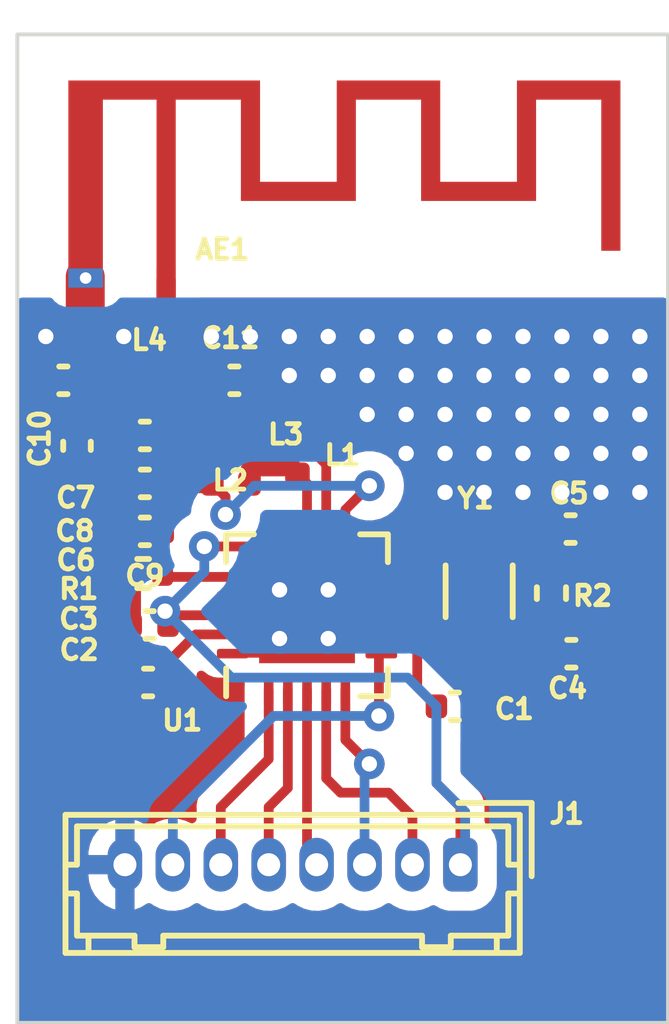
<source format=kicad_pcb>
(kicad_pcb (version 20240108) (generator "pcbnew") (generator_version "8.0")
  (layers (0 "F.Cu" signal) (31 "B.Cu" signal) (34 "B.Paste" user) (35 "F.Paste" user) (36 "B.SilkS" user "B.Silkscreen") (37 "F.SilkS" user "F.Silkscreen") (38 "B.Mask" user) (39 "F.Mask" user) (44 "Edge.Cuts" user))
  (net 0 "")
  (net 1 "Net-(AE1-A)")
  (net 2 "VDD")
  (net 3 "GND")
  (net 4 "Net-(U1-DVDD)")
  (net 5 "Net-(U1-XC2)")
  (net 6 "Net-(U1-XC1)")
  (net 7 "Net-(U1-VDD_PA)")
  (net 8 "Net-(C7-Pad1)")
  (net 9 "Net-(C10-Pad1)")
  (net 10 "Net-(J1-Pin_2)")
  (net 11 "Net-(J1-Pin_3)")
  (net 12 "Net-(J1-Pin_4)")
  (net 13 "Net-(J1-Pin_5)")
  (net 14 "Net-(J1-Pin_6)")
  (net 15 "Net-(J1-Pin_7)")
  (net 16 "Net-(U1-ANT1)")
  (net 17 "Net-(U1-ANT2)")
  (net 18 "Net-(U1-IREF)")
  (footprint "Capacitor_SMD:C_0402_1005Metric" (layer "F.Cu") (at 149.48 47.6275 180)
    (property "Reference" "C2" (at 1.8 0.8475 0) (layer "F.SilkS") (effects (font (size 0.508 0.508) (thickness 0.1524))))
    (property "Value" "33nF")
    (fp_line (start -0.107836 0.36) (end 0.107836 0.36) (stroke (width 0.1524)) (layer "F.SilkS"))
    (fp_line (start -0.107836 -0.36) (end 0.107836 -0.36) (stroke (width 0.1524)) (layer "F.SilkS"))
    (pad "1" smd roundrect (at -0.48 0 180) (size 0.56 0.62) (layers "F.Cu" "F.Paste" "F.Mask") (net 4 "Net-(U1-DVDD)"))
    (pad "2" smd roundrect (at 0.48 0 180) (size 0.56 0.62) (layers "F.Cu" "F.Paste" "F.Mask") (net 3 "GND"))
  )
  (footprint "Capacitor_SMD:C_0402_1005Metric" (layer "F.Cu") (at 147.27 39.75 180)
    (property "Reference" "C10" (at 0.62 -1.52 90) (layer "F.SilkS") (effects (font (size 0.508 0.508) (thickness 0.1524))))
    (property "Value" "Cx")
    (fp_line (start -0.107836 0.36) (end 0.107836 0.36) (stroke (width 0.1524)) (layer "F.SilkS"))
    (fp_line (start -0.107836 -0.36) (end 0.107836 -0.36) (stroke (width 0.1524)) (layer "F.SilkS"))
    (pad "1" smd roundrect (at -0.48 0 180) (size 0.56 0.62) (layers "F.Cu" "F.Paste" "F.Mask") (net 9 "Net-(C10-Pad1)"))
    (pad "2" smd roundrect (at 0.48 0 180) (size 0.56 0.62) (layers "F.Cu" "F.Paste" "F.Mask") (net 3 "GND"))
  )
  (footprint "Capacitor_SMD:C_0402_1005Metric" (layer "F.Cu") (at 149.395 41.1875 180)
    (property "Reference" "C7" (at 1.805 -1.6225 0) (layer "F.SilkS") (effects (font (size 0.508 0.508) (thickness 0.1524))))
    (property "Value" "1.5pF")
    (fp_line (start -0.107836 0.36) (end 0.107836 0.36) (stroke (width 0.1524)) (layer "F.SilkS"))
    (fp_line (start -0.107836 -0.36) (end 0.107836 -0.36) (stroke (width 0.1524)) (layer "F.SilkS"))
    (pad "1" smd roundrect (at -0.48 0 180) (size 0.56 0.62) (layers "F.Cu" "F.Paste" "F.Mask") (net 8 "Net-(C7-Pad1)"))
    (pad "2" smd roundrect (at 0.48 0 180) (size 0.56 0.62) (layers "F.Cu" "F.Paste" "F.Mask") (net 9 "Net-(C10-Pad1)"))
  )
  (footprint "Capacitor_SMD:C_0402_1005Metric" (layer "F.Cu") (at 149.395 43.6875 180)
    (property "Reference" "C9" (at 0 -1.16 0) (layer "F.SilkS") (effects (font (size 0.508 0.508) (thickness 0.1524))))
    (property "Value" "4.7pF")
    (fp_line (start -0.107836 0.36) (end 0.107836 0.36) (stroke (width 0.1524)) (layer "F.SilkS"))
    (fp_line (start -0.107836 -0.36) (end 0.107836 -0.36) (stroke (width 0.1524)) (layer "F.SilkS"))
    (pad "1" smd roundrect (at -0.48 0 180) (size 0.56 0.62) (layers "F.Cu" "F.Paste" "F.Mask") (net 7 "Net-(U1-VDD_PA)"))
    (pad "2" smd roundrect (at 0.48 0 180) (size 0.56 0.62) (layers "F.Cu" "F.Paste" "F.Mask") (net 3 "GND"))
  )
  (footprint "Capacitor_SMD:C_0402_1005Metric" (layer "F.Cu") (at 157.48 48.25)
    (property "Reference" "C1" (at 1.55 0.07 0) (layer "F.SilkS") (effects (font (size 0.508 0.508) (thickness 0.1524))))
    (property "Value" "1nF")
    (fp_line (start -0.107836 -0.36) (end 0.107836 -0.36) (stroke (width 0.1524)) (layer "F.SilkS"))
    (fp_line (start -0.107836 0.36) (end 0.107836 0.36) (stroke (width 0.1524)) (layer "F.SilkS"))
    (pad "1" smd roundrect (at -0.48 0) (size 0.56 0.62) (layers "F.Cu" "F.Paste" "F.Mask") (net 2 "VDD"))
    (pad "2" smd roundrect (at 0.48 0) (size 0.56 0.62) (layers "F.Cu" "F.Paste" "F.Mask") (net 3 "GND"))
  )
  (footprint "Capacitor_SMD:C_0402_1005Metric" (layer "F.Cu") (at 147.625 41.4575 -90)
    (property "Reference" "C8" (at 2.2225 0.055 180) (layer "F.SilkS") (effects (font (size 0.508 0.508) (thickness 0.1524))))
    (property "Value" "1.0pF")
    (fp_line (start -0.107836 0.36) (end 0.107836 0.36) (stroke (width 0.1524)) (layer "F.SilkS"))
    (fp_line (start -0.107836 -0.36) (end 0.107836 -0.36) (stroke (width 0.1524)) (layer "F.SilkS"))
    (pad "1" smd roundrect (at -0.48 0 270) (size 0.56 0.62) (layers "F.Cu" "F.Paste" "F.Mask") (net 9 "Net-(C10-Pad1)"))
    (pad "2" smd roundrect (at 0.48 0 270) (size 0.56 0.62) (layers "F.Cu" "F.Paste" "F.Mask") (net 3 "GND"))
  )
  (footprint "Inductor_SMD:L_0402_1005Metric" (layer "F.Cu") (at 151.625 41.1875 180)
    (property "Reference" "L2" (at 0 -1.17 0) (layer "F.SilkS") (effects (font (size 0.508 0.508) (thickness 0.1524))))
    (property "Value" "2.7nH")
    (pad "1" smd roundrect (at -0.485 0 180) (size 0.59 0.64) (layers "F.Cu" "F.Paste" "F.Mask") (net 16 "Net-(U1-ANT1)"))
    (pad "2" smd roundrect (at 0.485 0 180) (size 0.59 0.64) (layers "F.Cu" "F.Paste" "F.Mask") (net 8 "Net-(C7-Pad1)"))
  )
  (footprint "Resistor_SMD:R_0402_1005Metric" (layer "F.Cu") (at 160 45.2975 90)
    (property "Reference" "R2" (at -0.0725 1.07 180) (layer "F.SilkS") (effects (font (size 0.508 0.508) (thickness 0.1524))))
    (property "Value" "10M")
    (fp_line (start -0.153641 -0.38) (end 0.153641 -0.38) (stroke (width 0.1524)) (layer "F.SilkS"))
    (fp_line (start -0.153641 0.38) (end 0.153641 0.38) (stroke (width 0.1524)) (layer "F.SilkS"))
    (pad "1" smd roundrect (at -0.51 0 90) (size 0.54 0.64) (layers "F.Cu" "F.Paste" "F.Mask") (net 5 "Net-(U1-XC2)"))
    (pad "2" smd roundrect (at 0.51 0 90) (size 0.54 0.64) (layers "F.Cu" "F.Paste" "F.Mask") (net 6 "Net-(U1-XC1)"))
  )
  (footprint "Inductor_SMD:L_0402_1005Metric" (layer "F.Cu") (at 153.375 41.7025 -90)
    (property "Reference" "L1" (at 0 -1.17 180) (layer "F.SilkS") (effects (font (size 0.508 0.508) (thickness 0.1524))))
    (property "Value" "8.2nH")
    (pad "1" smd roundrect (at -0.485 0 270) (size 0.59 0.64) (layers "F.Cu" "F.Paste" "F.Mask") (net 16 "Net-(U1-ANT1)"))
    (pad "2" smd roundrect (at 0.485 0 270) (size 0.59 0.64) (layers "F.Cu" "F.Paste" "F.Mask") (net 17 "Net-(U1-ANT2)"))
  )
  (footprint "Capacitor_SMD:C_0402_1005Metric" (layer "F.Cu") (at 160.52 46.8775)
    (property "Reference" "C4" (at -0.1 0.9025 0) (layer "F.SilkS") (effects (font (size 0.508 0.508) (thickness 0.1524))))
    (property "Value" "22pF")
    (fp_line (start -0.107836 -0.36) (end 0.107836 -0.36) (stroke (width 0.1524)) (layer "F.SilkS"))
    (fp_line (start -0.107836 0.36) (end 0.107836 0.36) (stroke (width 0.1524)) (layer "F.SilkS"))
    (pad "1" smd roundrect (at -0.48 0) (size 0.56 0.62) (layers "F.Cu" "F.Paste" "F.Mask") (net 5 "Net-(U1-XC2)"))
    (pad "2" smd roundrect (at 0.48 0) (size 0.56 0.62) (layers "F.Cu" "F.Paste" "F.Mask") (net 3 "GND"))
  )
  (footprint "RF_Antenna:Texas_SWRA117D_2.4GHz_Right" (layer "F.Cu") (at 149.95 37.084)
    (property "Reference" "AE1" (at 1.47 -0.744 0) (layer "F.SilkS") (effects (font (size 0.508 0.508) (thickness 0.1524))))
    (property "Value" "Antenna")
    (fp_poly (pts (xy 2.45 -2.51) (xy 4.45 -2.51) (xy 4.45 -5.15) (xy 7.15 -5.15) (xy 7.15 -2.51) (xy 9.15 -2.51) (xy 9.15 -5.15) (xy 11.85 -5.15) (xy 11.85 -0.71) (xy 11.35 -0.71) (xy 11.35 -4.65) (xy 9.65 -4.65) (xy 9.65 -2.01) (xy 6.65 -2.01) (xy 6.65 -4.65) (xy 4.95 -4.65) (xy 4.95 -2.01) (xy 1.95 -2.01) (xy 1.95 -4.65) (xy 0.25 -4.65) (xy 0.25 0.25) (xy -0.25 0.25) (xy -0.25 -4.65) (xy -1.65 -4.65) (xy -1.65 0.25) (xy -2.55 0.25) (xy -2.55 0.006785) (xy -2.247583 0.006785) (xy -2.237742 0.054395) (xy -2.213674 0.096797) (xy -2.175731 0.129581) (xy -2.167819 0.133935) (xy -2.125156 0.146043) (xy -2.076637 0.1453) (xy -2.031122 0.1324) (xy -2.012511 0.121787) (xy -1.978868 0.086553) (xy -1.958309 0.041368) (xy -1.951778 -0.008158) (xy -1.960218 -0.056417) (xy -1.977112 -0.088643) (xy -2.012372 -0.121313) (xy -2.057682 -0.141408) (xy -2.107267 -0.147982) (xy -2.155353 -0.140092) (xy -2.188245 -0.123186) (xy -2.223185 -0.086416) (xy -2.242847 -0.041622) (xy -2.247583 0.006785) (xy -2.55 0.006785) (xy -2.55 -5.15) (xy 2.45 -5.15) (xy 2.45 -2.51)) (fill solid) (layer "F.Cu"))
    (pad "1" connect rect (at 0 0) (size 0.5 0.5) (layers "F.Cu") (net 1 "Net-(AE1-A)"))
    (pad "2" thru_hole rect (at -2.1 0) (size 0.9 0.5) (drill 0.3) (layers "*.Cu"))
  )
  (footprint "Inductor_SMD:L_0402_1005Metric" (layer "F.Cu") (at 149.5 39.75)
    (property "Reference" "L4" (at 0.01 -1.05 0) (layer "F.SilkS") (effects (font (size 0.508 0.508) (thickness 0.1524))))
    (property "Value" "Lx")
    (pad "1" smd roundrect (at -0.485 0) (size 0.59 0.64) (layers "F.Cu" "F.Paste" "F.Mask") (net 9 "Net-(C10-Pad1)"))
    (pad "2" smd roundrect (at 0.485 0) (size 0.59 0.64) (layers "F.Cu" "F.Paste" "F.Mask") (net 1 "Net-(AE1-A)"))
  )
  (footprint "Capacitor_SMD:C_0402_1005Metric" (layer "F.Cu") (at 149.395 42.4375 180)
    (property "Reference" "C6" (at 1.795 -2.0025 0) (layer "F.SilkS") (effects (font (size 0.508 0.508) (thickness 0.1524))))
    (property "Value" "2.2nF")
    (fp_line (start -0.107836 0.36) (end 0.107836 0.36) (stroke (width 0.1524)) (layer "F.SilkS"))
    (fp_line (start -0.107836 -0.36) (end 0.107836 -0.36) (stroke (width 0.1524)) (layer "F.SilkS"))
    (pad "1" smd roundrect (at -0.48 0 180) (size 0.56 0.62) (layers "F.Cu" "F.Paste" "F.Mask") (net 7 "Net-(U1-VDD_PA)"))
    (pad "2" smd roundrect (at 0.48 0 180) (size 0.56 0.62) (layers "F.Cu" "F.Paste" "F.Mask") (net 3 "GND"))
  )
  (footprint "Crystal:Crystal_SMD_3215-2Pin_3.2x1.5mm" (layer "F.Cu") (at 158.115 45.25 -90)
    (property "Reference" "Y1" (at -2.42 0.095 180) (layer "F.SilkS") (effects (font (size 0.508 0.508) (thickness 0.1524))))
    (property "Value" "16MHz")
    (fp_line (start -0.675 0.875) (end 0.675 0.875) (stroke (width 0.1524)) (layer "F.SilkS"))
    (fp_line (start -0.675 -0.875) (end 0.675 -0.875) (stroke (width 0.1524)) (layer "F.SilkS"))
    (pad "1" smd rect (at 1.25 0 270) (size 1 1.8) (layers "F.Cu" "F.Paste" "F.Mask") (net 5 "Net-(U1-XC2)"))
    (pad "2" smd rect (at -1.25 0 270) (size 1 1.8) (layers "F.Cu" "F.Paste" "F.Mask") (net 6 "Net-(U1-XC1)"))
  )
  (footprint "Connector_Hirose:Hirose_DF13-08P-1.25DSA_1x08_P1.25mm_Vertical" (layer "F.Cu") (at 157.625 52.3775 180)
    (property "Reference" "J1" (at -2.775 1.3275 0) (layer "F.SilkS") (effects (font (size 0.508 0.508) (thickness 0.1524))))
    (property "Value" "Conn_01x08_Pin")
    (fp_line (start 10.3 1.3) (end 10.3 -2.3) (stroke (width 0.1524)) (layer "F.SilkS"))
    (fp_line (start 10.3 -0.75) (end 10 -0.75) (stroke (width 0.1524)) (layer "F.SilkS"))
    (fp_line (start 10.3 -2.3) (end -1.55 -2.3) (stroke (width 0.1524)) (layer "F.SilkS"))
    (fp_line (start 10 1) (end 10 0) (stroke (width 0.1524)) (layer "F.SilkS"))
    (fp_line (start 10 0) (end 10.3 0) (stroke (width 0.1524)) (layer "F.SilkS"))
    (fp_line (start 10 -0.75) (end 10 -1.85) (stroke (width 0.1524)) (layer "F.SilkS"))
    (fp_line (start 10 -1.85) (end 9.7 -1.85) (stroke (width 0.1524)) (layer "F.SilkS"))
    (fp_line (start 9.7 -1.85) (end 9.7 -2.3) (stroke (width 0.1524)) (layer "F.SilkS"))
    (fp_line (start 8.5 -1.85) (end 9.7 -1.85) (stroke (width 0.1524)) (layer "F.SilkS"))
    (fp_line (start 8.5 -2.15) (end 8.5 -1.85) (stroke (width 0.1524)) (layer "F.SilkS"))
    (fp_line (start 7.75 -1.85) (end 7.75 -2.15) (stroke (width 0.1524)) (layer "F.SilkS"))
    (fp_line (start 7.75 -2.15) (end 8.5 -2.15) (stroke (width 0.1524)) (layer "F.SilkS"))
    (fp_line (start 1 -1.85) (end 7.75 -1.85) (stroke (width 0.1524)) (layer "F.SilkS"))
    (fp_line (start 1 -2.15) (end 1 -1.85) (stroke (width 0.1524)) (layer "F.SilkS"))
    (fp_line (start 0.25 -1.85) (end 0.25 -2.15) (stroke (width 0.1524)) (layer "F.SilkS"))
    (fp_line (start 0.25 -2.15) (end 1 -2.15) (stroke (width 0.1524)) (layer "F.SilkS"))
    (fp_line (start -0.95 -1.85) (end 0.25 -1.85) (stroke (width 0.1524)) (layer "F.SilkS"))
    (fp_line (start -0.95 -1.85) (end -0.95 -2.3) (stroke (width 0.1524)) (layer "F.SilkS"))
    (fp_line (start -1.25 1) (end 10 1) (stroke (width 0.1524)) (layer "F.SilkS"))
    (fp_line (start -1.25 0) (end -1.25 1) (stroke (width 0.1524)) (layer "F.SilkS"))
    (fp_line (start -1.25 -0.75) (end -1.25 -1.85) (stroke (width 0.1524)) (layer "F.SilkS"))
    (fp_line (start -1.25 -1.85) (end -0.95 -1.85) (stroke (width 0.1524)) (layer "F.SilkS"))
    (fp_line (start -1.55 1.3) (end 10.3 1.3) (stroke (width 0.1524)) (layer "F.SilkS"))
    (fp_line (start -1.55 0) (end -1.25 0) (stroke (width 0.1524)) (layer "F.SilkS"))
    (fp_line (start -1.55 -0.75) (end -1.25 -0.75) (stroke (width 0.1524)) (layer "F.SilkS"))
    (fp_line (start -1.55 -2.3) (end -1.55 1.3) (stroke (width 0.1524)) (layer "F.SilkS"))
    (fp_line (start -1.86 1.61) (end 0.05 1.61) (stroke (width 0.1524)) (layer "F.SilkS"))
    (fp_line (start -1.86 -0.3) (end -1.86 1.61) (stroke (width 0.1524)) (layer "F.SilkS"))
    (pad "1" thru_hole roundrect (at 0 0 180) (size 0.9 1.4) (drill 0.6) (layers "*.Cu" "*.Mask") (net 2 "VDD"))
    (pad "2" thru_hole oval (at 1.25 0 180) (size 0.9 1.4) (drill 0.6) (layers "*.Cu" "*.Mask") (net 10 "Net-(J1-Pin_2)"))
    (pad "3" thru_hole oval (at 2.5 0 180) (size 0.9 1.4) (drill 0.6) (layers "*.Cu" "*.Mask") (net 11 "Net-(J1-Pin_3)"))
    (pad "4" thru_hole oval (at 3.75 0 180) (size 0.9 1.4) (drill 0.6) (layers "*.Cu" "*.Mask") (net 12 "Net-(J1-Pin_4)"))
    (pad "5" thru_hole oval (at 5 0 180) (size 0.9 1.4) (drill 0.6) (layers "*.Cu" "*.Mask") (net 13 "Net-(J1-Pin_5)"))
    (pad "6" thru_hole oval (at 6.25 0 180) (size 0.9 1.4) (drill 0.6) (layers "*.Cu" "*.Mask") (net 14 "Net-(J1-Pin_6)"))
    (pad "7" thru_hole oval (at 7.5 0 180) (size 0.9 1.4) (drill 0.6) (layers "*.Cu" "*.Mask") (net 15 "Net-(J1-Pin_7)"))
    (pad "8" thru_hole oval (at 8.75 0 180) (size 0.9 1.4) (drill 0.6) (layers "*.Cu" "*.Mask") (net 3 "GND"))
  )
  (footprint "Capacitor_SMD:C_0402_1005Metric" (layer "F.Cu") (at 151.73 39.75)
    (property "Reference" "C11" (at -0.1 -1.1 0) (layer "F.SilkS") (effects (font (size 0.508 0.508) (thickness 0.1524))))
    (property "Value" "Cx")
    (fp_line (start -0.107836 -0.36) (end 0.107836 -0.36) (stroke (width 0.1524)) (layer "F.SilkS"))
    (fp_line (start -0.107836 0.36) (end 0.107836 0.36) (stroke (width 0.1524)) (layer "F.SilkS"))
    (pad "1" smd roundrect (at -0.48 0) (size 0.56 0.62) (layers "F.Cu" "F.Paste" "F.Mask") (net 1 "Net-(AE1-A)"))
    (pad "2" smd roundrect (at 0.48 0) (size 0.56 0.62) (layers "F.Cu" "F.Paste" "F.Mask") (net 3 "GND"))
  )
  (footprint "Resistor_SMD:R_0402_1005Metric" (layer "F.Cu") (at 149.35 44.7875 180)
    (property "Reference" "R1" (at 1.68 -0.4025 0) (layer "F.SilkS") (effects (font (size 0.508 0.508) (thickness 0.1524))))
    (property "Value" "22k")
    (fp_line (start -0.153641 0.38) (end 0.153641 0.38) (stroke (width 0.1524)) (layer "F.SilkS"))
    (fp_line (start -0.153641 -0.38) (end 0.153641 -0.38) (stroke (width 0.1524)) (layer "F.SilkS"))
    (pad "1" smd roundrect (at -0.51 0 180) (size 0.54 0.64) (layers "F.Cu" "F.Paste" "F.Mask") (net 18 "Net-(U1-IREF)"))
    (pad "2" smd roundrect (at 0.51 0 180) (size 0.54 0.64) (layers "F.Cu" "F.Paste" "F.Mask") (net 3 "GND"))
  )
  (footprint "Capacitor_SMD:C_0402_1005Metric" (layer "F.Cu") (at 149.52 46.1275 180)
    (property "Reference" "C3" (at 1.85 0.1575 0) (layer "F.SilkS") (effects (font (size 0.508 0.508) (thickness 0.1524))))
    (property "Value" "10nF")
    (fp_line (start -0.107836 0.36) (end 0.107836 0.36) (stroke (width 0.1524)) (layer "F.SilkS"))
    (fp_line (start -0.107836 -0.36) (end 0.107836 -0.36) (stroke (width 0.1524)) (layer "F.SilkS"))
    (pad "1" smd roundrect (at -0.48 0 180) (size 0.56 0.62) (layers "F.Cu" "F.Paste" "F.Mask") (net 2 "VDD"))
    (pad "2" smd roundrect (at 0.48 0 180) (size 0.56 0.62) (layers "F.Cu" "F.Paste" "F.Mask") (net 3 "GND"))
  )
  (footprint "Package_DFN_QFN:QFN-20-1EP_4x4mm_P0.5mm_EP2.5x2.5mm" (layer "F.Cu") (at 153.625 45.875 90)
    (property "Reference" "U1" (at -2.745 -3.255 180) (layer "F.SilkS") (effects (font (size 0.508 0.508) (thickness 0.1524))))
    (property "Value" "NRF24L01")
    (fp_line (start 2.11 -2.11) (end 2.11 -1.385) (stroke (width 0.1524)) (layer "F.SilkS"))
    (fp_line (start 1.385 -2.11) (end 2.11 -2.11) (stroke (width 0.1524)) (layer "F.SilkS"))
    (fp_line (start -1.385 -2.11) (end -2.11 -2.11) (stroke (width 0.1524)) (layer "F.SilkS"))
    (fp_line (start 2.11 2.11) (end 2.11 1.385) (stroke (width 0.1524)) (layer "F.SilkS"))
    (fp_line (start 1.385 2.11) (end 2.11 2.11) (stroke (width 0.1524)) (layer "F.SilkS"))
    (fp_line (start -1.385 2.11) (end -2.11 2.11) (stroke (width 0.1524)) (layer "F.SilkS"))
    (fp_line (start -2.11 2.11) (end -2.11 1.385) (stroke (width 0.1524)) (layer "F.SilkS"))
    (pad "1" smd roundrect (at -1.9375 -1 90) (size 0.825 0.25) (layers "F.Cu" "F.Paste" "F.Mask") (net 14 "Net-(J1-Pin_6)"))
    (pad "2" smd roundrect (at -1.9375 -0.5 90) (size 0.825 0.25) (layers "F.Cu" "F.Paste" "F.Mask") (net 13 "Net-(J1-Pin_5)"))
    (pad "3" smd roundrect (at -1.9375 0 90) (size 0.825 0.25) (layers "F.Cu" "F.Paste" "F.Mask") (net 12 "Net-(J1-Pin_4)"))
    (pad "4" smd roundrect (at -1.9375 0.5 90) (size 0.825 0.25) (layers "F.Cu" "F.Paste" "F.Mask") (net 10 "Net-(J1-Pin_2)"))
    (pad "5" smd roundrect (at -1.9375 1 90) (size 0.825 0.25) (layers "F.Cu" "F.Paste" "F.Mask") (net 11 "Net-(J1-Pin_3)"))
    (pad "6" smd roundrect (at -1 1.9375 90) (size 0.25 0.825) (layers "F.Cu" "F.Paste" "F.Mask") (net 15 "Net-(J1-Pin_7)"))
    (pad "7" smd roundrect (at -0.5 1.9375 90) (size 0.25 0.825) (layers "F.Cu" "F.Paste" "F.Mask") (net 2 "VDD"))
    (pad "8" smd roundrect (at 0 1.9375 90) (size 0.25 0.825) (layers "F.Cu" "F.Paste" "F.Mask") (net 3 "GND"))
    (pad "9" smd roundrect (at 0.5 1.9375 90) (size 0.25 0.825) (layers "F.Cu" "F.Paste" "F.Mask") (net 5 "Net-(U1-XC2)"))
    (pad "10" smd roundrect (at 1 1.9375 90) (size 0.25 0.825) (layers "F.Cu" "F.Paste" "F.Mask") (net 6 "Net-(U1-XC1)"))
    (pad "11" smd roundrect (at 1.9375 1 90) (size 0.825 0.25) (layers "F.Cu" "F.Paste" "F.Mask") (net 7 "Net-(U1-VDD_PA)"))
    (pad "12" smd roundrect (at 1.9375 0.5 90) (size 0.825 0.25) (layers "F.Cu" "F.Paste" "F.Mask") (net 16 "Net-(U1-ANT1)"))
    (pad "13" smd roundrect (at 1.9375 0 90) (size 0.825 0.25) (layers "F.Cu" "F.Paste" "F.Mask") (net 17 "Net-(U1-ANT2)"))
    (pad "14" smd roundrect (at 1.9375 -0.5 90) (size 0.825 0.25) (layers "F.Cu" "F.Paste" "F.Mask") (net 3 "GND"))
    (pad "15" smd roundrect (at 1.9375 -1 90) (size 0.825 0.25) (layers "F.Cu" "F.Paste" "F.Mask") (net 2 "VDD"))
    (pad "16" smd roundrect (at 1 -1.9375 90) (size 0.25 0.825) (layers "F.Cu" "F.Paste" "F.Mask") (net 18 "Net-(U1-IREF)"))
    (pad "17" smd roundrect (at 0.5 -1.9375 90) (size 0.25 0.825) (layers "F.Cu" "F.Paste" "F.Mask") (net 3 "GND"))
    (pad "18" smd roundrect (at 0 -1.9375 90) (size 0.25 0.825) (layers "F.Cu" "F.Paste" "F.Mask") (net 2 "VDD"))
    (pad "19" smd roundrect (at -0.5 -1.9375 90) (size 0.25 0.825) (layers "F.Cu" "F.Paste" "F.Mask") (net 4 "Net-(U1-DVDD)"))
    (pad "20" smd roundrect (at -1 -1.9375 90) (size 0.25 0.825) (layers "F.Cu" "F.Paste" "F.Mask") (net 3 "GND"))
    (pad "21" smd rect (at 0 0 90) (size 2.5 2.5) (layers "F.Cu" "F.Mask"))
  )
  (footprint "Inductor_SMD:L_0402_1005Metric" (layer "F.Cu") (at 151.64 42.4375)
    (property "Reference" "L3" (at 1.43 -1.2775 0) (layer "F.SilkS") (effects (font (size 0.508 0.508) (thickness 0.1524))))
    (property "Value" "3.9nH")
    (pad "1" smd roundrect (at -0.485 0) (size 0.59 0.64) (layers "F.Cu" "F.Paste" "F.Mask") (net 7 "Net-(U1-VDD_PA)"))
    (pad "2" smd roundrect (at 0.485 0) (size 0.59 0.64) (layers "F.Cu" "F.Paste" "F.Mask") (net 17 "Net-(U1-ANT2)"))
  )
  (footprint "Capacitor_SMD:C_0402_1005Metric" (layer "F.Cu") (at 160.5 43.6275)
    (property "Reference" "C5" (at -0.04 -0.9275 0) (layer "F.SilkS") (effects (font (size 0.508 0.508) (thickness 0.1524))))
    (property "Value" "22pF")
    (fp_line (start -0.107836 -0.36) (end 0.107836 -0.36) (stroke (width 0.1524)) (layer "F.SilkS"))
    (fp_line (start -0.107836 0.36) (end 0.107836 0.36) (stroke (width 0.1524)) (layer "F.SilkS"))
    (pad "1" smd roundrect (at -0.48 0) (size 0.56 0.62) (layers "F.Cu" "F.Paste" "F.Mask") (net 6 "Net-(U1-XC1)"))
    (pad "2" smd roundrect (at 0.48 0) (size 0.56 0.62) (layers "F.Cu" "F.Paste" "F.Mask") (net 3 "GND"))
  )
  (gr_line (start 149.95 37.13) (end 149.95 39.7764) (stroke (width 0.508)) (layer "F.Cu") (net 1))
  (gr_line (start 153.12 44.24) (end 153.12 44.91) (stroke (width 0.2)) (layer "F.Cu") (net 3))
  (gr_line (start 146.88 38.62) (end 148.77 38.62) (stroke (width 1.016)) (layer "F.Cu") (net 3))
  (gr_line (start 151.94 46.88) (end 152.92 46.88) (stroke (width 0.2)) (layer "F.Cu") (net 3))
  (gr_line (start 155.27 45.88) (end 154.41 45.88) (stroke (width 0.2)) (layer "F.Cu") (net 3))
  (gr_line (start 147.84 37.055) (end 147.84 38.345) (stroke (width 1.016)) (layer "F.Cu") (net 3))
  (gr_line (start 151.96 45.39) (end 153.11 45.39) (stroke (width 0.2)) (layer "F.Cu") (net 3))
  (gr_rect (start 146.07 30.734) (end 163.04 56.5) (stroke (width 0.1)) (fill none) (layer "Edge.Cuts"))
  (segment (start 149.985 39.75) (end 151.25 39.75) (width 0.508) (layer "F.Cu") (net 1))
  (segment (start 156.375 46.375) (end 155.5625 46.375) (width 0.254) (layer "F.Cu") (net 2))
  (segment (start 151.6875 45.875) (end 150.2525 45.875) (width 0.254) (layer "F.Cu") (net 2))
  (segment (start 152.480863 44.081637) (end 150.945576 44.081637) (width 0.254) (layer "F.Cu") (net 2))
  (segment (start 156.5 47.75) (end 156.5 46.5) (width 0.254) (layer "F.Cu") (net 2))
  (segment (start 157.625 50.875) (end 157.625 52.3775) (width 0.254) (layer "F.Cu") (net 2))
  (segment (start 156.5 46.5) (end 156.375 46.375) (width 0.254) (layer "F.Cu") (net 2))
  (segment (start 152.625 43.9375) (end 152.480863 44.081637) (width 0.254) (layer "F.Cu") (net 2))
  (segment (start 157 48.25) (end 157 50.25) (width 0.254) (layer "F.Cu") (net 2))
  (segment (start 149.921285 46.048785) (end 150 46.1275) (width 0.254) (layer "F.Cu") (net 2))
  (segment (start 157 48.25) (end 156.5 47.75) (width 0.254) (layer "F.Cu") (net 2))
  (segment (start 150.2525 45.875) (end 150 46.1275) (width 0.254) (layer "F.Cu") (net 2))
  (segment (start 149.921285 45.768195) (end 149.921285 46.048785) (width 0.254) (layer "F.Cu") (net 2))
  (segment (start 157 50.25) (end 157.625 50.875) (width 0.254) (layer "F.Cu") (net 2))
  (via (at 150.945576 44.081637) (size 0.8) (drill 0.4) (layers "F.Cu" "B.Cu") (net 2))
  (via (at 149.921285 45.768195) (size 0.8) (drill 0.4) (layers "F.Cu" "B.Cu") (net 2))
  (segment (start 156.25 47.5) (end 157 48.25) (width 0.254) (layer "B.Cu") (net 2))
  (segment (start 157.75 51) (end 157.75 52.2525) (width 0.254) (layer "B.Cu") (net 2))
  (segment (start 150.945576 44.743904) (end 149.921285 45.768195) (width 0.254) (layer "B.Cu") (net 2))
  (segment (start 157.75 52.2525) (end 157.625 52.3775) (width 0.254) (layer "B.Cu") (net 2))
  (segment (start 149.921285 45.768195) (end 151.65309 47.5) (width 0.254) (layer "B.Cu") (net 2))
  (segment (start 151.65309 47.5) (end 156.25 47.5) (width 0.254) (layer "B.Cu") (net 2))
  (segment (start 150.945576 44.081637) (end 150.945576 44.743904) (width 0.254) (layer "B.Cu") (net 2))
  (segment (start 157 50.25) (end 157.75 51) (width 0.254) (layer "B.Cu") (net 2))
  (segment (start 157 48.25) (end 157 50.25) (width 0.254) (layer "B.Cu") (net 2))
  (segment (start 149 47.6275) (end 149 47.25) (width 0.508) (layer "F.Cu") (net 3))
  (segment (start 148.415 41.9375) (end 148.915 42.4375) (width 0.508) (layer "F.Cu") (net 3))
  (segment (start 161 47.5) (end 161 46.8775) (width 0.508) (layer "F.Cu") (net 3))
  (segment (start 149 47.25) (end 149 46.1675) (width 0.508) (layer "F.Cu") (net 3))
  (segment (start 148.84 44.7875) (end 148.84 43.7625) (width 0.508) (layer "F.Cu") (net 3))
  (segment (start 146.79 39.75) (end 146.79 41.112938) (width 0.254) (layer "F.Cu") (net 3))
  (segment (start 148.875 47.375) (end 149 47.25) (width 0.254) (layer "F.Cu") (net 3))
  (segment (start 148.875 52.3775) (end 148.875 47.375) (width 0.254) (layer "F.Cu") (net 3))
  (segment (start 160.98 46.8575) (end 161 46.8775) (width 0.508) (layer "F.Cu") (net 3))
  (segment (start 149 46.1675) (end 149.04 46.1275) (width 0.508) (layer "F.Cu") (net 3))
  (segment (start 148.84 43.7625) (end 148.915 43.6875) (width 0.508) (layer "F.Cu") (net 3))
  (segment (start 146.79 41.112938) (end 147.614562 41.9375) (width 0.254) (layer "F.Cu") (net 3))
  (segment (start 148.915 42.4375) (end 148.915 43.6875) (width 0.508) (layer "F.Cu") (net 3))
  (segment (start 147.614562 41.9375) (end 147.625 41.9375) (width 0.254) (layer "F.Cu") (net 3))
  (segment (start 149.04 44.9875) (end 148.84 44.7875) (width 0.508) (layer "F.Cu") (net 3))
  (segment (start 157.96 48.25) (end 160.25 48.25) (width 0.508) (layer "F.Cu") (net 3))
  (segment (start 149.04 46.1275) (end 149.04 44.9875) (width 0.508) (layer "F.Cu") (net 3))
  (segment (start 147.625 41.9375) (end 148.415 41.9375) (width 0.508) (layer "F.Cu") (net 3))
  (segment (start 160.25 48.25) (end 161 47.5) (width 0.508) (layer "F.Cu") (net 3))
  (segment (start 160.98 43.6275) (end 160.98 46.8575) (width 0.508) (layer "F.Cu") (net 3))
  (via (at 153.162 39.624) (size 0.8) (drill 0.4) (layers "F.Cu" "B.Cu") (net 3))
  (via (at 161.29 42.672) (size 0.8) (drill 0.4) (layers "F.Cu" "B.Cu") (net 3))
  (via (at 154.178 46.482) (size 0.8) (drill 0.4) (layers "F.Cu" "B.Cu") (net 3))
  (via (at 159.258 40.64) (size 0.8) (drill 0.4) (layers "F.Cu" "B.Cu") (net 3))
  (via (at 158.242 42.672) (size 0.8) (drill 0.4) (layers "F.Cu" "B.Cu") (net 3))
  (via (at 162.306 42.672) (size 0.8) (drill 0.4) (layers "F.Cu" "B.Cu") (net 3))
  (via (at 161.29 40.64) (size 0.8) (drill 0.4) (layers "F.Cu" "B.Cu") (net 3))
  (via (at 159.258 42.672) (size 0.8) (drill 0.4) (layers "F.Cu" "B.Cu") (net 3))
  (via (at 153.162 38.608) (size 0.8) (drill 0.4) (layers "F.Cu" "B.Cu") (net 3))
  (via (at 157.226 38.608) (size 0.8) (drill 0.4) (layers "F.Cu" "B.Cu") (net 3))
  (via (at 156.21 39.624) (size 0.8) (drill 0.4) (layers "F.Cu" "B.Cu") (net 3))
  (via (at 160.274 42.672) (size 0.8) (drill 0.4) (layers "F.Cu" "B.Cu") (net 3))
  (via (at 158.242 39.624) (size 0.8) (drill 0.4) (layers "F.Cu" "B.Cu") (net 3))
  (via (at 156.21 38.608) (size 0.8) (drill 0.4) (layers "F.Cu" "B.Cu") (net 3))
  (via (at 159.258 39.624) (size 0.8) (drill 0.4) (layers "F.Cu" "B.Cu") (net 3))
  (via (at 161.29 38.608) (size 0.8) (drill 0.4) (layers "F.Cu" "B.Cu") (net 3))
  (via (at 152.908 45.212) (size 0.8) (drill 0.4) (layers "F.Cu" "B.Cu") (net 3))
  (via (at 154.178 38.608) (size 0.8) (drill 0.4) (layers "F.Cu" "B.Cu") (net 3))
  (via (at 155.194 39.624) (size 0.8) (drill 0.4) (layers "F.Cu" "B.Cu") (net 3))
  (via (at 157.226 39.624) (size 0.8) (drill 0.4) (layers "F.Cu" "B.Cu") (net 3))
  (via (at 157.226 40.64) (size 0.8) (drill 0.4) (layers "F.Cu" "B.Cu") (net 3))
  (via (at 152.908 46.482) (size 0.8) (drill 0.4) (layers "F.Cu" "B.Cu") (net 3))
  (via (at 159.258 41.656) (size 0.8) (drill 0.4) (layers "F.Cu" "B.Cu") (net 3))
  (via (at 158.242 40.64) (size 0.8) (drill 0.4) (layers "F.Cu" "B.Cu") (net 3))
  (via (at 156.21 40.64) (size 0.8) (drill 0.4) (layers "F.Cu" "B.Cu") (net 3))
  (via (at 160.274 41.656) (size 0.8) (drill 0.4) (layers "F.Cu" "B.Cu") (net 3))
  (via (at 158.242 38.608) (size 0.8) (drill 0.4) (layers "F.Cu" "B.Cu") (net 3))
  (via (at 160.274 39.624) (size 0.8) (drill 0.4) (layers "F.Cu" "B.Cu") (net 3))
  (via (at 159.258 38.608) (size 0.8) (drill 0.4) (layers "F.Cu" "B.Cu") (net 3))
  (via (at 156.21 41.656) (size 0.8) (drill 0.4) (layers "F.Cu" "B.Cu") (net 3))
  (via (at 157.226 41.656) (size 0.8) (drill 0.4) (layers "F.Cu" "B.Cu") (net 3))
  (via (at 148.844 38.608) (size 0.8) (drill 0.4) (layers "F.Cu" "B.Cu") (net 3))
  (via (at 146.812 38.608) (size 0.8) (drill 0.4) (layers "F.Cu" "B.Cu") (net 3))
  (via (at 155.194 38.608) (size 0.8) (drill 0.4) (layers "F.Cu" "B.Cu") (net 3))
  (via (at 162.306 41.656) (size 0.8) (drill 0.4) (layers "F.Cu" "B.Cu") (net 3))
  (via (at 160.274 40.64) (size 0.8) (drill 0.4) (layers "F.Cu" "B.Cu") (net 3))
  (via (at 161.29 39.624) (size 0.8) (drill 0.4) (layers "F.Cu" "B.Cu") (net 3))
  (via (at 152.146 38.608) (size 0.8) (drill 0.4) (layers "F.Cu" "B.Cu") (net 3))
  (via (at 154.178 45.212) (size 0.8) (drill 0.4) (layers "F.Cu" "B.Cu") (net 3))
  (via (at 162.306 38.608) (size 0.8) (drill 0.4) (layers "F.Cu" "B.Cu") (net 3))
  (via (at 161.29 41.656) (size 0.8) (drill 0.4) (layers "F.Cu" "B.Cu") (net 3))
  (via (at 162.306 39.624) (size 0.8) (drill 0.4) (layers "F.Cu" "B.Cu") (net 3))
  (via (at 158.242 41.656) (size 0.8) (drill 0.4) (layers "F.Cu" "B.Cu") (net 3))
  (via (at 155.194 40.64) (size 0.8) (drill 0.4) (layers "F.Cu" "B.Cu") (net 3))
  (via (at 157.226 42.672) (size 0.8) (drill 0.4) (layers "F.Cu" "B.Cu") (net 3))
  (via (at 154.178 39.624) (size 0.8) (drill 0.4) (layers "F.Cu" "B.Cu") (net 3))
  (via (at 151.13 38.608) (size 0.8) (drill 0.4) (layers "F.Cu" "B.Cu") (net 3))
  (via (at 160.274 38.608) (size 0.8) (drill 0.4) (layers "F.Cu" "B.Cu") (net 3))
  (via (at 162.306 40.64) (size 0.8) (drill 0.4) (layers "F.Cu" "B.Cu") (net 3))
  (segment (start 149.96 47.137938) (end 150.722938 46.375) (width 0.254) (layer "F.Cu") (net 4))
  (segment (start 149.96 47.6275) (end 149.96 47.137938) (width 0.254) (layer "F.Cu") (net 4))
  (segment (start 150.722938 46.375) (end 151.6875 46.375) (width 0.254) (layer "F.Cu") (net 4))
  (segment (start 157.625 45.375) (end 158 45.75) (width 0.254) (layer "F.Cu") (net 5))
  (segment (start 160 46.8375) (end 160.04 46.8775) (width 0.254) (layer "F.Cu") (net 5))
  (segment (start 158 46.385) (end 158.115 46.5) (width 0.254) (layer "F.Cu") (net 5))
  (segment (start 158 45.75) (end 158 46.385) (width 0.254) (layer "F.Cu") (net 5))
  (segment (start 155.5625 45.375) (end 157.625 45.375) (width 0.254) (layer "F.Cu") (net 5))
  (segment (start 160.04 46.8775) (end 158.4925 46.8775) (width 0.254) (layer "F.Cu") (net 5))
  (segment (start 160 45.8075) (end 160 46.8375) (width 0.254) (layer "F.Cu") (net 5))
  (segment (start 158.4925 46.8775) (end 158.115 46.5) (width 0.254) (layer "F.Cu") (net 5))
  (segment (start 158.5 43.5) (end 159.8925 43.5) (width 0.254) (layer "F.Cu") (net 6))
  (segment (start 158.115 44) (end 158.115 43.885) (width 0.254) (layer "F.Cu") (net 6))
  (segment (start 158.115 43.885) (end 158.5 43.5) (width 0.254) (layer "F.Cu") (net 6))
  (segment (start 157.625 44.875) (end 158.115 44.385) (width 0.254) (layer "F.Cu") (net 6))
  (segment (start 160.02 43.6275) (end 160.02 44.7675) (width 0.254) (layer "F.Cu") (net 6))
  (segment (start 160.02 44.7675) (end 160 44.7875) (width 0.254) (layer "F.Cu") (net 6))
  (segment (start 158.115 44.1725) (end 158.8275 44.1725) (width 0.254) (layer "F.Cu") (net 6))
  (segment (start 159.8925 43.5) (end 160.02 43.6275) (width 0.254) (layer "F.Cu") (net 6))
  (segment (start 155.5625 44.875) (end 157.625 44.875) (width 0.254) (layer "F.Cu") (net 6))
  (segment (start 158.115 44.385) (end 158.115 44.1725) (width 0.254) (layer "F.Cu") (net 6))
  (segment (start 158.115 44.385) (end 158.115 44) (width 0.254) (layer "F.Cu") (net 6))
  (segment (start 151.5 43.25) (end 151.5 42.7825) (width 0.254) (layer "F.Cu") (net 7))
  (segment (start 154.625 43.9375) (end 154.625 43.125) (width 0.254) (layer "F.Cu") (net 7))
  (segment (start 149.875 43.6875) (end 149.875 42.4375) (width 0.508) (layer "F.Cu") (net 7))
  (segment (start 154.625 43.125) (end 155.25 42.5) (width 0.254) (layer "F.Cu") (net 7))
  (segment (start 151.155 42.4375) (end 149.875 42.4375) (width 0.508) (layer "F.Cu") (net 7))
  (segment (start 151.5 42.7825) (end 151.155 42.4375) (width 0.254) (layer "F.Cu") (net 7))
  (via (at 151.5 43.25) (size 0.8) (drill 0.4) (layers "F.Cu" "B.Cu") (net 7))
  (via (at 155.25 42.5) (size 0.8) (drill 0.4) (layers "F.Cu" "B.Cu") (net 7))
  (segment (start 155.25 42.5) (end 152.25 42.5) (width 0.254) (layer "B.Cu") (net 7))
  (segment (start 152.25 42.5) (end 151.5 43.25) (width 0.254) (layer "B.Cu") (net 7))
  (segment (start 149.875 41.1875) (end 151.14 41.1875) (width 0.508) (layer "F.Cu") (net 8))
  (segment (start 148.915 39.85) (end 149.015 39.75) (width 0.508) (layer "F.Cu") (net 9))
  (segment (start 148.915 41.1875) (end 147.835 41.1875) (width 0.508) (layer "F.Cu") (net 9))
  (segment (start 147.75 39.75) (end 147.75 40.8525) (width 0.508) (layer "F.Cu") (net 9))
  (segment (start 148.915 41.1875) (end 148.915 39.85) (width 0.508) (layer "F.Cu") (net 9))
  (segment (start 149.015 39.75) (end 149 39.75) (width 0.2) (layer "F.Cu") (net 9))
  (segment (start 147.835 41.1875) (end 147.625 40.9775) (width 0.508) (layer "F.Cu") (net 9))
  (segment (start 147.75 40.8525) (end 147.625 40.9775) (width 0.508) (layer "F.Cu") (net 9))
  (segment (start 154.5 50.5) (end 155.75 50.5) (width 0.254) (layer "F.Cu") (net 10))
  (segment (start 154.125 50.125) (end 154.5 50.5) (width 0.254) (layer "F.Cu") (net 10))
  (segment (start 156.375 51.125) (end 156.375 52.3775) (width 0.254) (layer "F.Cu") (net 10))
  (segment (start 155.75 50.5) (end 156.375 51.125) (width 0.254) (layer "F.Cu") (net 10))
  (segment (start 154.125 47.8125) (end 154.125 50.125) (width 0.254) (layer "F.Cu") (net 10))
  (segment (start 154.625 49.125) (end 155.25 49.75) (width 0.254) (layer "F.Cu") (net 11))
  (segment (start 154.625 47.8125) (end 154.625 49.125) (width 0.254) (layer "F.Cu") (net 11))
  (via (at 155.25 49.75) (size 0.8) (drill 0.4) (layers "F.Cu" "B.Cu") (net 11))
  (segment (start 155.25 49.75) (end 155.125 49.875) (width 0.254) (layer "B.Cu") (net 11))
  (segment (start 155.125 49.875) (end 155.125 52.3775) (width 0.254) (layer "B.Cu") (net 11))
  (segment (start 153.625 52.1275) (end 153.875 52.3775) (width 0.254) (layer "F.Cu") (net 12))
  (segment (start 153.625 47.8125) (end 153.625 52.1275) (width 0.254) (layer "F.Cu") (net 12))
  (segment (start 152.625 50.875) (end 152.625 52.3775) (width 0.254) (layer "F.Cu") (net 13))
  (segment (start 153.125 47.8125) (end 153.125 50.375) (width 0.254) (layer "F.Cu") (net 13))
  (segment (start 153.125 50.375) (end 152.625 50.875) (width 0.254) (layer "F.Cu") (net 13))
  (segment (start 152.625 49.625) (end 151.375 50.875) (width 0.254) (layer "F.Cu") (net 14))
  (segment (start 151.375 50.875) (end 151.375 52.3775) (width 0.254) (layer "F.Cu") (net 14))
  (segment (start 152.625 47.8125) (end 152.625 49.625) (width 0.254) (layer "F.Cu") (net 14))
  (segment (start 155.5 46.9375) (end 155.5 48.5) (width 0.254) (layer "F.Cu") (net 15))
  (segment (start 155.5625 46.875) (end 155.5 46.9375) (width 0.254) (layer "F.Cu") (net 15))
  (via (at 155.5 48.5) (size 0.8) (drill 0.4) (layers "F.Cu" "B.Cu") (net 15))
  (segment (start 150.125 51.125) (end 150.125 52.3775) (width 0.254) (layer "B.Cu") (net 15))
  (segment (start 152.75 48.5) (end 150.125 51.125) (width 0.254) (layer "B.Cu") (net 15))
  (segment (start 155.5 48.5) (end 152.75 48.5) (width 0.254) (layer "B.Cu") (net 15))
  (segment (start 152.11 41.1875) (end 153.345 41.1875) (width 0.508) (layer "F.Cu") (net 16))
  (segment (start 153.345 41.1875) (end 153.375 41.2175) (width 0.508) (layer "F.Cu") (net 16))
  (segment (start 154.125 41.946456) (end 153.396044 41.2175) (width 0.254) (layer "F.Cu") (net 16))
  (segment (start 154.125 43.9375) (end 154.125 41.946456) (width 0.254) (layer "F.Cu") (net 16))
  (segment (start 153.396044 41.2175) (end 153.375 41.2175) (width 0.254) (layer "F.Cu") (net 16))
  (segment (start 152.25 42) (end 153.1875 42) (width 0.508) (layer "F.Cu") (net 17))
  (segment (start 152.125 42.4375) (end 152.125 42.125) (width 0.508) (layer "F.Cu") (net 17))
  (segment (start 153.1875 42) (end 153.375 42.1875) (width 0.508) (layer "F.Cu") (net 17))
  (segment (start 153.625 42.4375) (end 153.375 42.1875) (width 0.254) (layer "F.Cu") (net 17))
  (segment (start 152.125 42.125) (end 152.25 42) (width 0.508) (layer "F.Cu") (net 17))
  (segment (start 153.625 43.9375) (end 153.625 42.4375) (width 0.254) (layer "F.Cu") (net 17))
  (segment (start 151.6875 44.875) (end 149.9475 44.875) (width 0.254) (layer "F.Cu") (net 18))
  (segment (start 149.9475 44.875) (end 149.86 44.7875) (width 0.254) (layer "F.Cu") (net 18))
  (zone (net 3) (net_name "GND") (layer "F.Cu") (connect_pads (clearance 0.5)) (min_thickness 0.25) (fill yes (thermal_gap 0.5) (thermal_bridge_width 0.5))
    (polygon (pts (xy 163.06 37.592) (xy 163.06 56.49) (xy 146.07 56.49) (xy 146.05 37.592)))
  )
  (zone (net 3) (net_name "GND") (layer "B.Cu") (priority 1) (connect_pads (clearance 0.5)) (min_thickness 0.25) (fill yes (thermal_gap 0.5) (thermal_bridge_width 0.5))
    (polygon (pts (xy 146.05 37.592) (xy 163.068 37.592) (xy 163.06 56.49) (xy 146.07 56.49)))
  )
)
</source>
